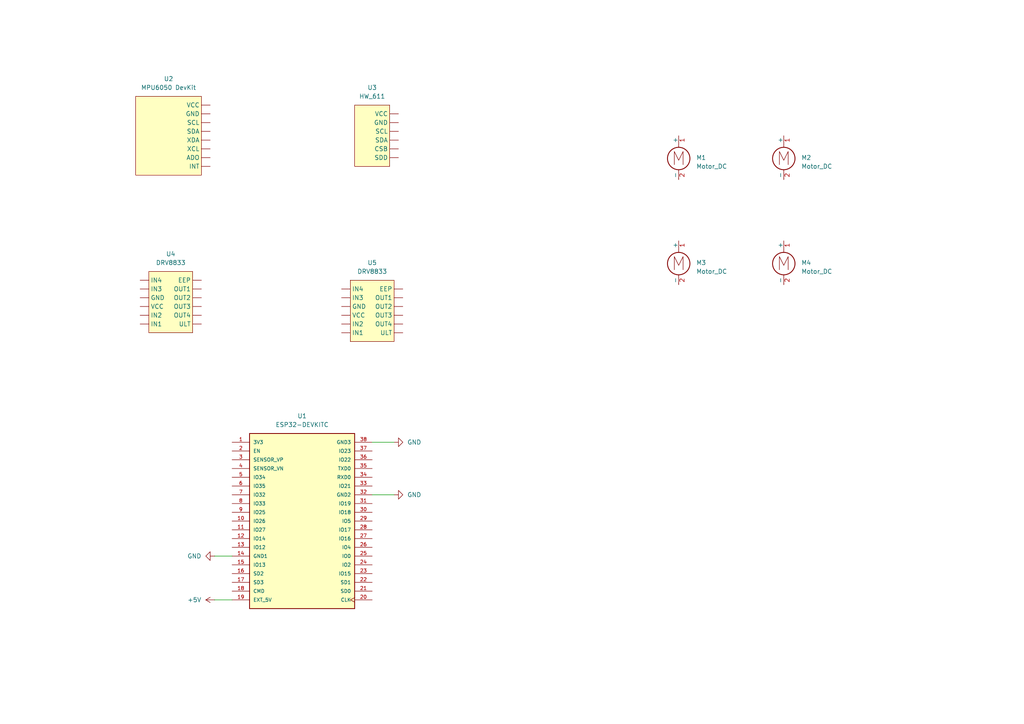
<source format=kicad_sch>
(kicad_sch (version 20250114) (generator "eeschema") (generator_version "9.0")
  (paper "A4")
  (lib_symbols
    (symbol "Custom:DRV8833"
      (property "Reference" "U" (at 0 0 0))
      (property "Value" "DRV8833" (at 0 0 0))
      (symbol "DRV8833_1_1"
        (rectangle (start -6.35 8.89) (end 6.35 -8.89) (fill (type background)))
        (pin input line (at -8.89 6.35 0) (length 2.54) (name "IN4") (number ""))
        (pin input line (at -8.89 3.81 0) (length 2.54) (name "IN3") (number ""))
        (pin input line (at -8.89 1.27 0) (length 2.54) (name "GND") (number ""))
        (pin input line (at -8.89 -1.27 0) (length 2.54) (name "VCC") (number ""))
        (pin input line (at -8.89 -3.81 0) (length 2.54) (name "IN2") (number ""))
        (pin input line (at -8.89 -6.35 0) (length 2.54) (name "IN1") (number ""))
        (pin input line (at 8.89 6.35 180) (length 2.54) (name "EEP") (number ""))
        (pin input line (at 8.89 3.81 180) (length 2.54) (name "OUT1") (number ""))
        (pin input line (at 8.89 1.27 180) (length 2.54) (name "OUT2") (number ""))
        (pin input line (at 8.89 -1.27 180) (length 2.54) (name "OUT3") (number ""))
        (pin input line (at 8.89 -3.81 180) (length 2.54) (name "OUT4") (number ""))
        (pin input line (at 8.89 -6.35 180) (length 2.54) (name "ULT") (number ""))
      )
    )
    (symbol "Custom:HW_611"
      (property "Reference" "U" (at 0 0 0))
      (property "Value" "HW_611" (at 0 0 0))
      (symbol "HW_611_1_1"
        (rectangle (start -5.08 8.89) (end 5.08 -8.89) (fill (type color) (color 255 255 194 1)))
        (pin input line (at 7.62 6.35 180) (length 2.54) (name "VCC") (number ""))
        (pin input line (at 7.62 3.81 180) (length 2.54) (name "GND") (number ""))
        (pin input line (at 7.62 1.27 180) (length 2.54) (name "SCL") (number ""))
        (pin input line (at 7.62 -1.27 180) (length 2.54) (name "SDA") (number ""))
        (pin input line (at 7.62 -3.81 180) (length 2.54) (name "CSB") (number ""))
        (pin input line (at 7.62 -6.35 180) (length 2.54) (name "SDD") (number ""))
      )
    )
    (symbol "Custom:MPU6050DEVKIT"
      (property "Reference" "U" (at 0 0 0))
      (property "Value" "MPU6050 DevKit" (at 0 0 0))
      (symbol "MPU6050DEVKIT_1_1"
        (rectangle (start -8.89 11.43) (end 10.16 -11.43) (fill (type color) (color 255 255 194 1)))
        (pin input line (at 12.7 8.89 180) (length 2.54) (name "VCC") (number ""))
        (pin input line (at 12.7 6.35 180) (length 2.54) (name "GND") (number ""))
        (pin input line (at 12.7 3.81 180) (length 2.54) (name "SCL") (number ""))
        (pin input line (at 12.7 1.27 180) (length 2.54) (name "SDA") (number ""))
        (pin input line (at 12.7 -1.27 180) (length 2.54) (name "XDA") (number ""))
        (pin input line (at 12.7 -3.81 180) (length 2.54) (name "XCL") (number ""))
        (pin input line (at 12.7 -6.35 180) (length 2.54) (name "ADO") (number ""))
        (pin input line (at 12.7 -8.89 180) (length 2.54) (name "INT") (number ""))
      )
    )
    (symbol "DRV8833_1"
      (property "Reference" "U" (at 0 0 0))
      (property "Value" "DRV8833" (at 0 0 0))
      (symbol "DRV8833_1_1_1"
        (rectangle (start -6.35 8.89) (end 6.35 -8.89) (fill (type background)))
        (pin input line (at -8.89 6.35 0) (length 2.54) (name "IN4") (number ""))
        (pin input line (at -8.89 3.81 0) (length 2.54) (name "IN3") (number ""))
        (pin input line (at -8.89 1.27 0) (length 2.54) (name "GND") (number ""))
        (pin input line (at -8.89 -1.27 0) (length 2.54) (name "VCC") (number ""))
        (pin input line (at -8.89 -3.81 0) (length 2.54) (name "IN2") (number ""))
        (pin input line (at -8.89 -6.35 0) (length 2.54) (name "IN1") (number ""))
        (pin input line (at 8.89 6.35 180) (length 2.54) (name "EEP") (number ""))
        (pin input line (at 8.89 3.81 180) (length 2.54) (name "OUT1") (number ""))
        (pin input line (at 8.89 1.27 180) (length 2.54) (name "OUT2") (number ""))
        (pin input line (at 8.89 -1.27 180) (length 2.54) (name "OUT3") (number ""))
        (pin input line (at 8.89 -3.81 180) (length 2.54) (name "OUT4") (number ""))
        (pin input line (at 8.89 -6.35 180) (length 2.54) (name "ULT") (number ""))
      )
    )
    (symbol "ESP32-DEVKITC:ESP32-DEVKITC" (pin_names (offset 1.016))
      (property "Reference" "U" (at -15.2572 26.0643 0))
      (property "Value" "ESP32-DEVKITC" (at -15.2563 -27.9698 0))
      (symbol "ESP32-DEVKITC_0_0"
        (rectangle (start -15.24 -25.4) (end 15.24 25.4) (stroke (width 0.254)) (fill (type background)))
        (pin power_in line (at -20.32 22.86 0) (length 5.08) (name "3V3") (number "1"))
        (pin input line (at -20.32 20.32 0) (length 5.08) (name "EN") (number "2"))
        (pin input line (at -20.32 17.78 0) (length 5.08) (name "SENSOR_VP") (number "3"))
        (pin input line (at -20.32 15.24 0) (length 5.08) (name "SENSOR_VN") (number "4"))
        (pin bidirectional line (at -20.32 12.7 0) (length 5.08) (name "IO34") (number "5"))
        (pin bidirectional line (at -20.32 10.16 0) (length 5.08) (name "IO35") (number "6"))
        (pin bidirectional line (at -20.32 7.62 0) (length 5.08) (name "IO32") (number "7"))
        (pin bidirectional line (at -20.32 5.08 0) (length 5.08) (name "IO33") (number "8"))
        (pin bidirectional line (at -20.32 2.54 0) (length 5.08) (name "IO25") (number "9"))
        (pin bidirectional line (at -20.32 0 0) (length 5.08) (name "IO26") (number "10"))
        (pin bidirectional line (at -20.32 -2.54 0) (length 5.08) (name "IO27") (number "11"))
        (pin bidirectional line (at -20.32 -5.08 0) (length 5.08) (name "IO14") (number "12"))
        (pin bidirectional line (at -20.32 -7.62 0) (length 5.08) (name "IO12") (number "13"))
        (pin power_in line (at -20.32 -10.16 0) (length 5.08) (name "GND1") (number "14"))
        (pin bidirectional line (at -20.32 -12.7 0) (length 5.08) (name "IO13") (number "15"))
        (pin bidirectional line (at -20.32 -15.24 0) (length 5.08) (name "SD2") (number "16"))
        (pin bidirectional line (at -20.32 -17.78 0) (length 5.08) (name "SD3") (number "17"))
        (pin bidirectional line (at -20.32 -20.32 0) (length 5.08) (name "CMD") (number "18"))
        (pin power_in line (at -20.32 -22.86 0) (length 5.08) (name "EXT_5V") (number "19"))
        (pin power_in line (at 20.32 22.86 180) (length 5.08) (name "GND3") (number "38"))
        (pin bidirectional line (at 20.32 20.32 180) (length 5.08) (name "IO23") (number "37"))
        (pin bidirectional line (at 20.32 17.78 180) (length 5.08) (name "IO22") (number "36"))
        (pin output line (at 20.32 15.24 180) (length 5.08) (name "TXD0") (number "35"))
        (pin input line (at 20.32 12.7 180) (length 5.08) (name "RXD0") (number "34"))
        (pin bidirectional line (at 20.32 10.16 180) (length 5.08) (name "IO21") (number "33"))
        (pin power_in line (at 20.32 7.62 180) (length 5.08) (name "GND2") (number "32"))
        (pin bidirectional line (at 20.32 5.08 180) (length 5.08) (name "IO19") (number "31"))
        (pin bidirectional line (at 20.32 2.54 180) (length 5.08) (name "IO18") (number "30"))
        (pin bidirectional line (at 20.32 0 180) (length 5.08) (name "IO5") (number "29"))
        (pin bidirectional line (at 20.32 -2.54 180) (length 5.08) (name "IO17") (number "28"))
        (pin bidirectional line (at 20.32 -5.08 180) (length 5.08) (name "IO16") (number "27"))
        (pin bidirectional line (at 20.32 -7.62 180) (length 5.08) (name "IO4") (number "26"))
        (pin bidirectional line (at 20.32 -10.16 180) (length 5.08) (name "IO0") (number "25"))
        (pin bidirectional line (at 20.32 -12.7 180) (length 5.08) (name "IO2") (number "24"))
        (pin bidirectional line (at 20.32 -15.24 180) (length 5.08) (name "IO15") (number "23"))
        (pin bidirectional line (at 20.32 -17.78 180) (length 5.08) (name "SD1") (number "22"))
        (pin bidirectional line (at 20.32 -20.32 180) (length 5.08) (name "SD0") (number "21"))
        (pin input clock (at 20.32 -22.86 180) (length 5.08) (name "CLK") (number "20"))
      )
    )
    (symbol "Motor:Motor_DC" (pin_names (offset 0))
      (property "Reference" "M" (at 2.54 2.54 0))
      (property "Value" "Motor_DC" (at 2.54 -5.08 0))
      (symbol "Motor_DC_0_0"
        (polyline (pts (xy -1.27 -3.302) (xy -1.27 0.508) (xy 0 -2.032) (xy 1.27 0.508) (xy 1.27 -3.302)))
      )
      (symbol "Motor_DC_0_1"
        (polyline (pts (xy 0 2.032) (xy 0 2.54)))
        (polyline (pts (xy 0 1.7272) (xy 0 2.0828)))
        (circle (center 0 -1.524) (radius 3.2512) (stroke (width 0.254)))
        (polyline (pts (xy 0 -4.7752) (xy 0 -5.1816)))
        (polyline (pts (xy 0 -7.62) (xy 0 -7.112)))
      )
      (symbol "Motor_DC_1_1"
        (pin passive line (at 0 5.08 270) (length 2.54) (name "+") (number "1"))
        (pin passive line (at 0 -7.62 90) (length 2.54) (name "-") (number "2"))
      )
    )
    (symbol "power:+5V" (power) (pin_numbers (hide yes)) (pin_names (offset 0) (hide yes))
      (property "Value" "+5V" (at 0 3.556 0))
      (symbol "+5V_0_1"
        (polyline (pts (xy -0.762 1.27) (xy 0 2.54)))
        (polyline (pts (xy 0 2.54) (xy 0.762 1.27)))
        (polyline (pts (xy 0 0) (xy 0 2.54)))
      )
      (symbol "+5V_1_1"
        (pin power_in line (at 0 0 90) (length 0) (name "~") (number "1"))
      )
    )
    (symbol "power:GND" (power) (pin_numbers (hide yes)) (pin_names (offset 0) (hide yes))
      (property "Value" "GND" (at 0 -3.81 0))
      (symbol "GND_0_1"
        (polyline (pts (xy 0 0) (xy 0 -1.27) (xy 1.27 -1.27) (xy 0 -2.54) (xy -1.27 -1.27) (xy 0 -1.27)))
      )
      (symbol "GND_1_1"
        (pin power_in line (at 0 0 270) (length 0) (name "~") (number "1"))
      )
    )
  )
  (wire (pts (xy 62.23 161.29) (xy 67.31 161.29)))
  (wire (pts (xy 107.95 128.27) (xy 114.3 128.27)))
  (wire (pts (xy 107.95 143.51) (xy 114.3 143.51)))
  (wire (pts (xy 62.23 173.99) (xy 67.31 173.99)))
  (symbol (lib_id "Motor:Motor_DC") (at 196.85 74.93 0) (unit 1)
    (property "Reference" "M3" (at 201.93 76.1999 0) (effects (justify left)))
    (property "Value" "Motor_DC" (at 201.93 78.7399 0) (effects (justify left)))
    (property "Description" "DC Motor" (effects (hide yes)))
  )
  (symbol (lib_id "Custom:HW_611") (at 107.95 39.37 0) (unit 1)
    (property "Reference" "U3" (at 107.95 25.4 0))
    (property "Value" "HW_611" (at 107.95 27.94 0))
  )
  (symbol (lib_id "power:GND") (at 62.23 161.29 270) (unit 1)
    (property "Reference" "#PWR06" (effects (hide yes)))
    (property "Value" "GND" (at 58.42 161.2899 90) (effects (justify right)))
    (property "Description" "Power symbol creates a global label with name \"GND\" , ground" (effects (hide yes)))
  )
  (symbol (lib_id "power:GND") (at 114.3 128.27 90) (unit 1)
    (property "Reference" "#PWR08" (effects (hide yes)))
    (property "Value" "GND" (at 118.11 128.2699 90) (effects (justify right)))
    (property "Description" "Power symbol creates a global label with name \"GND\" , ground" (effects (hide yes)))
  )
  (symbol (lib_id "power:GND") (at 114.3 143.51 90) (unit 1)
    (property "Reference" "#PWR07" (effects (hide yes)))
    (property "Value" "GND" (at 118.11 143.5099 90) (effects (justify right)))
    (property "Description" "Power symbol creates a global label with name \"GND\" , ground" (effects (hide yes)))
  )
  (symbol (lib_id "Motor:Motor_DC") (at 227.33 74.93 0) (unit 1)
    (property "Reference" "M4" (at 232.41 76.1999 0) (effects (justify left)))
    (property "Value" "Motor_DC" (at 232.41 78.7399 0) (effects (justify left)))
    (property "Description" "DC Motor" (effects (hide yes)))
  )
  (symbol (lib_id "Motor:Motor_DC") (at 196.85 44.45 0) (unit 1)
    (property "Reference" "M1" (at 201.93 45.7199 0) (effects (justify left)))
    (property "Value" "Motor_DC" (at 201.93 48.2599 0) (effects (justify left)))
    (property "Description" "DC Motor" (effects (hide yes)))
  )
  (symbol (lib_id "Custom:DRV8833") (at 49.53 87.63 0) (unit 1)
    (property "Reference" "U4" (at 49.53 73.66 0))
    (property "Value" "DRV8833" (at 49.53 76.2 0))
  )
  (symbol (lib_id "power:+5V") (at 62.23 173.99 90) (unit 1)
    (property "Reference" "#PWR01" (effects (hide yes)))
    (property "Value" "+5V" (at 58.42 173.9899 90) (effects (justify left)))
    (property "Description" "Power symbol creates a global label with name \"+5V\"" (effects (hide yes)))
  )
  (symbol (lib_id "Custom:MPU6050DEVKIT") (at 48.26 39.37 0) (unit 1)
    (property "Reference" "U2" (at 48.895 22.86 0))
    (property "Value" "MPU6050 DevKit" (at 48.895 25.4 0))
  )
  (symbol (lib_id "Motor:Motor_DC") (at 227.33 44.45 0) (unit 1)
    (property "Reference" "M2" (at 232.41 45.7199 0) (effects (justify left)))
    (property "Value" "Motor_DC" (at 232.41 48.2599 0) (effects (justify left)))
    (property "Description" "DC Motor" (effects (hide yes)))
  )
  (symbol (lib_name "DRV8833_1") (lib_id "Custom:DRV8833") (at 107.95 90.17 0) (unit 1)
    (property "Reference" "U5" (at 107.95 76.2 0))
    (property "Value" "DRV8833" (at 107.95 78.74 0))
  )
  (symbol (lib_id "ESP32-DEVKITC:ESP32-DEVKITC") (at 87.63 151.13 0) (unit 1)
    (property "Reference" "U1" (at 87.63 120.65 0))
    (property "Value" "ESP32-DEVKITC" (at 87.63 123.19 0))
    (property "Footprint" "ESP32-DEVKITC:MODULE_ESP32-DEVKITC" (effects (hide yes)))
    (property "MF" "Espressif Systems" (effects (hide yes)))
    (property "Description_1" "ESP32-WROOM-32UE series Transceiver; 802.11 b/g/n (Wi-Fi, WiFi, WLAN), Bluetooth ® Smart Ready 4.x Dual Mode Evaluation Board" (effects (hide yes)))
    (property "Package" "None" (effects (hide yes)))
    (property "Price" "None" (effects (hide yes)))
    (property "Check_prices" "https://www.snapeda.com/parts/ESP32-DEVKITC/Espressif+Systems/view-part/?ref=eda" (effects (hide yes)))
    (property "STANDARD" "Manufacturer Recommendations" (effects (hide yes)))
    (property "PARTREV" "N/A" (effects (hide yes)))
    (property "SnapEDA_Link" "https://www.snapeda.com/parts/ESP32-DEVKITC/Espressif+Systems/view-part/?ref=snap" (effects (hide yes)))
    (property "MP" "ESP32-DEVKITC" (effects (hide yes)))
    (property "Availability" "In Stock" (effects (hide yes)))
    (property "MANUFACTURER" "ESPRESSIF" (effects (hide yes)))
  )
)
</source>
